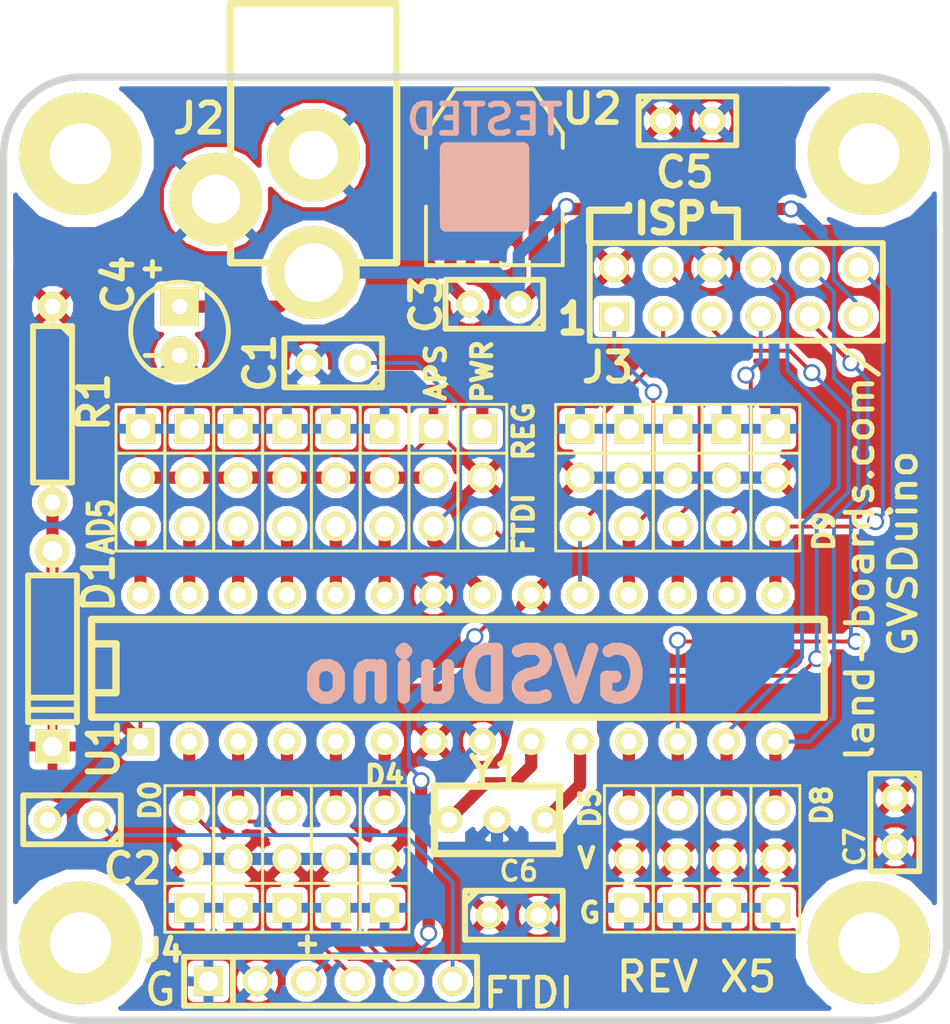
<source format=kicad_pcb>
(kicad_pcb (version 4) (host pcbnew "(after 2015-mar-04 BZR unknown)-product")
  (title_block (date "19 aug 2014"))
  (layers (0 Front signal) (31 Back signal hide) (36 B.SilkS user) (37 F.SilkS user) (38 B.Mask user) (39 F.Mask user) (44 Edge.Cuts user))
  (net 0 "")
  (net 1 +5V)
  (net 2 /AD0)
  (net 3 /AD1)
  (net 4 /AD2)
  (net 5 /AD3)
  (net 6 /AD4)
  (net 7 /AD5)
  (net 8 /AREF)
  (net 9 /D0)
  (net 10 /D1)
  (net 11 /D10)
  (net 12 /D11)
  (net 13 /D12)
  (net 14 /D13)
  (net 15 /D2)
  (net 16 /D3)
  (net 17 /D4)
  (net 18 /D5)
  (net 19 /D6)
  (net 20 /D7)
  (net 21 /D8)
  (net 22 /D9)
  (net 23 /RES0)
  (net 24 /RES1)
  (net 25 /RESET)
  (net 26 /VIN)
  (net 27 /VREG)
  (net 28 GND)
  (net 29 /FTDIRES)
  (net 30 "Net-(J1-Pad3)")
  (net 31 "Net-(K1-Pad2)")
  (module SOT223 (layer Front) (at 80.518 45.212)
    (fp_text reference U2 (at 5.08 -3.556) (layer F.SilkS) (effects (font (thickness 0.3048))))
    (fp_text value AP1117 hide)
    (pad 4 smd rect (at 0 -3.302) (size 3.6576 2.032) (layers Front F.Mask) (net 27 /VREG))
    (pad 2 smd rect (at 0 3.302) (size 1.016 2.032) (layers Front F.Mask) (net 27 /VREG))
    (pad 3 smd rect (at 2.286 3.302) (size 1.016 2.032) (layers Front F.Mask) (net 26 /VIN))
    (pad 1 smd rect (at -2.286 3.302) (size 1.016 2.032) (layers Front F.Mask) (net 28 GND))
  )
  (module C1 (layer Front) (at 90.56 42.286)
    (fp_text reference C5 (at -0.136 2.672) (layer F.SilkS) (effects (font (thickness 0.3048))))
    (fp_text value 0.1uF hide)
    (pad 1 thru_hole circle (at -1.27 0) (size 1.397 1.397) (drill 0.8128) (layers *.Cu *.Mask F.SilkS) (net 27 /VREG))
    (pad 2 thru_hole circle (at 1.27 0) (size 1.397 1.397) (drill 0.8128) (layers *.Cu *.Mask F.SilkS) (net 28 GND))
  )
  (module C1 (layer Front) (at 80.518 51.816 180)
    (fp_text reference C3 (at 3.556 0 270) (layer F.SilkS) (effects (font (thickness 0.3048))))
    (fp_text value 0.1uF hide)
    (pad 1 thru_hole circle (at -1.27 0 180) (size 1.397 1.397) (drill 0.8128) (layers *.Cu *.Mask F.SilkS) (net 26 /VIN))
    (pad 2 thru_hole circle (at 1.27 0 180) (size 1.397 1.397) (drill 0.8128) (layers *.Cu *.Mask F.SilkS) (net 28 GND))
  )
  (module C1 (layer Front) (at 58.556 78.608 180)
    (fp_text reference C2 (at -3.144 -2.542 180) (layer F.SilkS) (effects (font (thickness 0.3048))))
    (fp_text value 0.1uF hide)
    (pad 1 thru_hole circle (at -1.27 0 180) (size 1.397 1.397) (drill 0.8128) (layers *.Cu *.Mask F.SilkS) (net 29 /FTDIRES))
    (pad 2 thru_hole circle (at 1.27 0 180) (size 1.397 1.397) (drill 0.8128) (layers *.Cu *.Mask F.SilkS) (net 25 /RESET))
  )
  (module C1 (layer Front) (at 72.136 54.864 180)
    (fp_text reference C1 (at 3.81 0 270) (layer F.SilkS) (effects (font (thickness 0.3048))))
    (fp_text value 0.1uF hide)
    (pad 1 thru_hole circle (at -1.27 0 180) (size 1.397 1.397) (drill 0.8128) (layers *.Cu *.Mask F.SilkS) (net 8 /AREF))
    (pad 2 thru_hole circle (at 1.27 0 180) (size 1.397 1.397) (drill 0.8128) (layers *.Cu *.Mask F.SilkS) (net 28 GND))
  )
  (module DIP-28__300 (layer Front) (at 78.622 70.734)
    (fp_text reference U1 (at -18.424 4.196 90) (layer F.SilkS) (effects (font (thickness 0.3048))))
    (fp_text value ATMEGA328-PU hide)
    (pad 2 thru_hole circle (at -13.97 3.81) (size 1.397 1.397) (drill 0.8128) (layers *.Cu *.Mask F.SilkS) (net 9 /D0))
    (pad 3 thru_hole circle (at -11.43 3.81) (size 1.397 1.397) (drill 0.8128) (layers *.Cu *.Mask F.SilkS) (net 10 /D1))
    (pad 4 thru_hole circle (at -8.89 3.81) (size 1.397 1.397) (drill 0.8128) (layers *.Cu *.Mask F.SilkS) (net 15 /D2))
    (pad 5 thru_hole circle (at -6.35 3.81) (size 1.397 1.397) (drill 0.8128) (layers *.Cu *.Mask F.SilkS) (net 16 /D3))
    (pad 6 thru_hole circle (at -3.81 3.81) (size 1.397 1.397) (drill 0.8128) (layers *.Cu *.Mask F.SilkS) (net 17 /D4))
    (pad 7 thru_hole circle (at -1.27 3.81) (size 1.397 1.397) (drill 0.8128) (layers *.Cu *.Mask F.SilkS) (net 1 +5V))
    (pad 8 thru_hole circle (at 1.27 3.81) (size 1.397 1.397) (drill 0.8128) (layers *.Cu *.Mask F.SilkS) (net 28 GND))
    (pad 9 thru_hole circle (at 3.81 3.81) (size 1.397 1.397) (drill 0.8128) (layers *.Cu *.Mask F.SilkS) (net 23 /RES0))
    (pad 10 thru_hole circle (at 6.35 3.81) (size 1.397 1.397) (drill 0.8128) (layers *.Cu *.Mask F.SilkS) (net 24 /RES1))
    (pad 11 thru_hole circle (at 8.89 3.81) (size 1.397 1.397) (drill 0.8128) (layers *.Cu *.Mask F.SilkS) (net 18 /D5))
    (pad 12 thru_hole circle (at 11.43 3.81) (size 1.397 1.397) (drill 0.8128) (layers *.Cu *.Mask F.SilkS) (net 19 /D6))
    (pad 13 thru_hole circle (at 13.97 3.81) (size 1.397 1.397) (drill 0.8128) (layers *.Cu *.Mask F.SilkS) (net 20 /D7))
    (pad 14 thru_hole circle (at 16.51 3.81) (size 1.397 1.397) (drill 0.8128) (layers *.Cu *.Mask F.SilkS) (net 21 /D8))
    (pad 1 thru_hole rect (at -16.51 3.81) (size 1.397 1.397) (drill 0.8128) (layers *.Cu *.Mask F.SilkS) (net 25 /RESET))
    (pad 15 thru_hole circle (at 16.51 -3.81) (size 1.397 1.397) (drill 0.8128) (layers *.Cu *.Mask F.SilkS) (net 22 /D9))
    (pad 16 thru_hole circle (at 13.97 -3.81) (size 1.397 1.397) (drill 0.8128) (layers *.Cu *.Mask F.SilkS) (net 11 /D10))
    (pad 17 thru_hole circle (at 11.43 -3.81) (size 1.397 1.397) (drill 0.8128) (layers *.Cu *.Mask F.SilkS) (net 12 /D11))
    (pad 18 thru_hole circle (at 8.89 -3.81) (size 1.397 1.397) (drill 0.8128) (layers *.Cu *.Mask F.SilkS) (net 13 /D12))
    (pad 19 thru_hole circle (at 6.35 -3.81) (size 1.397 1.397) (drill 0.8128) (layers *.Cu *.Mask F.SilkS) (net 14 /D13))
    (pad 20 thru_hole circle (at 3.81 -3.81) (size 1.397 1.397) (drill 0.8128) (layers *.Cu *.Mask F.SilkS) (net 1 +5V))
    (pad 21 thru_hole circle (at 1.27 -3.81) (size 1.397 1.397) (drill 0.8128) (layers *.Cu *.Mask F.SilkS) (net 8 /AREF))
    (pad 22 thru_hole circle (at -1.27 -3.81) (size 1.397 1.397) (drill 0.8128) (layers *.Cu *.Mask F.SilkS) (net 28 GND))
    (pad 23 thru_hole circle (at -3.81 -3.81) (size 1.397 1.397) (drill 0.8128) (layers *.Cu *.Mask F.SilkS) (net 2 /AD0))
    (pad 24 thru_hole circle (at -6.35 -3.81) (size 1.397 1.397) (drill 0.8128) (layers *.Cu *.Mask F.SilkS) (net 3 /AD1))
    (pad 25 thru_hole circle (at -8.89 -3.81) (size 1.397 1.397) (drill 0.8128) (layers *.Cu *.Mask F.SilkS) (net 4 /AD2))
    (pad 26 thru_hole circle (at -11.43 -3.81) (size 1.397 1.397) (drill 0.8128) (layers *.Cu *.Mask F.SilkS) (net 5 /AD3))
    (pad 27 thru_hole circle (at -13.97 -3.81) (size 1.397 1.397) (drill 0.8128) (layers *.Cu *.Mask F.SilkS) (net 6 /AD4))
    (pad 28 thru_hole circle (at -16.51 -3.81) (size 1.397 1.397) (drill 0.8128) (layers *.Cu *.Mask F.SilkS) (net 7 /AD5))
  )
  (module CP_5x11mm (layer Front) (at 64.144 53.208 180)
    (fp_text reference C4 (at 3.184 2.408 270) (layer F.SilkS) (effects (font (thickness 0.3048))))
    (fp_text value CP hide)
    (pad 1 thru_hole rect (at 0 1.27 180) (size 1.99898 1.99898) (drill 0.8001) (layers *.Cu *.Mask F.SilkS) (net 26 /VIN))
    (pad 2 thru_hole circle (at 0 -1.27 180) (size 1.99898 1.99898) (drill 0.8001) (layers *.Cu *.Mask F.SilkS) (net 28 GND))
  )
  (module PIN_ARRAY-6X1 (layer Front) (at 72 87)
    (fp_text reference J4 (at -8.7 -1.6) (layer F.SilkS) (effects (font (size 1.143 1.143) (thickness 0.28575))))
    (fp_text value CONN_6 hide)
    (pad 1 thru_hole rect (at -6.35 0) (size 1.524 1.524) (drill 1.016) (layers *.Cu *.Mask F.SilkS) (net 28 GND))
    (pad 2 thru_hole circle (at -3.81 0) (size 1.524 1.524) (drill 1.016) (layers *.Cu *.Mask F.SilkS) (net 28 GND))
    (pad 3 thru_hole circle (at -1.27 0) (size 1.524 1.524) (drill 1.016) (layers *.Cu *.Mask F.SilkS) (net 30 "Net-(J1-Pad3)"))
    (pad 4 thru_hole circle (at 1.27 0) (size 1.524 1.524) (drill 1.016) (layers *.Cu *.Mask F.SilkS) (net 9 /D0))
    (pad 5 thru_hole circle (at 3.81 0) (size 1.524 1.524) (drill 1.016) (layers *.Cu *.Mask F.SilkS) (net 10 /D1))
    (pad 6 thru_hole circle (at 6.35 0) (size 1.524 1.524) (drill 1.016) (layers *.Cu *.Mask F.SilkS) (net 29 /FTDIRES))
  )
  (module PIN_ARRAY_3X1 (layer Front) (at 74.812 80.64 90)
    (fp_text reference K11 hide)
    (fp_text value CONN_3 hide)
    (pad 1 thru_hole rect (at -2.54 0 90) (size 1.524 1.524) (drill 1.016) (layers *.Cu *.Mask F.SilkS) (net 28 GND))
    (pad 2 thru_hole circle (at 0 0 90) (size 1.524 1.524) (drill 1.016) (layers *.Cu *.Mask F.SilkS) (net 1 +5V))
    (pad 3 thru_hole circle (at 2.54 0 90) (size 1.524 1.524) (drill 1.016) (layers *.Cu *.Mask F.SilkS) (net 17 /D4))
  )
  (module PIN_ARRAY_3X1 (layer Front) (at 84.972 60.828 270)
    (fp_text reference K20 hide)
    (fp_text value CONN_3 hide)
    (pad 1 thru_hole rect (at -2.54 0 270) (size 1.524 1.524) (drill 1.016) (layers *.Cu *.Mask F.SilkS) (net 28 GND))
    (pad 2 thru_hole circle (at 0 0 270) (size 1.524 1.524) (drill 1.016) (layers *.Cu *.Mask F.SilkS) (net 1 +5V))
    (pad 3 thru_hole circle (at 2.54 0 270) (size 1.524 1.524) (drill 1.016) (layers *.Cu *.Mask F.SilkS) (net 14 /D13))
  )
  (module PIN_ARRAY_3X1 (layer Front) (at 87.512 60.828 270)
    (fp_text reference K19 hide)
    (fp_text value CONN_3 hide)
    (pad 1 thru_hole rect (at -2.54 0 270) (size 1.524 1.524) (drill 1.016) (layers *.Cu *.Mask F.SilkS) (net 28 GND))
    (pad 2 thru_hole circle (at 0 0 270) (size 1.524 1.524) (drill 1.016) (layers *.Cu *.Mask F.SilkS) (net 1 +5V))
    (pad 3 thru_hole circle (at 2.54 0 270) (size 1.524 1.524) (drill 1.016) (layers *.Cu *.Mask F.SilkS) (net 13 /D12))
  )
  (module PIN_ARRAY_3X1 (layer Front) (at 90.052 60.828 270)
    (fp_text reference K18 hide)
    (fp_text value CONN_3 hide)
    (pad 1 thru_hole rect (at -2.54 0 270) (size 1.524 1.524) (drill 1.016) (layers *.Cu *.Mask F.SilkS) (net 28 GND))
    (pad 2 thru_hole circle (at 0 0 270) (size 1.524 1.524) (drill 1.016) (layers *.Cu *.Mask F.SilkS) (net 1 +5V))
    (pad 3 thru_hole circle (at 2.54 0 270) (size 1.524 1.524) (drill 1.016) (layers *.Cu *.Mask F.SilkS) (net 12 /D11))
  )
  (module PIN_ARRAY_3X1 (layer Front) (at 92.592 60.828 270)
    (fp_text reference K17 hide)
    (fp_text value CONN_3 hide)
    (pad 1 thru_hole rect (at -2.54 0 270) (size 1.524 1.524) (drill 1.016) (layers *.Cu *.Mask F.SilkS) (net 28 GND))
    (pad 2 thru_hole circle (at 0 0 270) (size 1.524 1.524) (drill 1.016) (layers *.Cu *.Mask F.SilkS) (net 1 +5V))
    (pad 3 thru_hole circle (at 2.54 0 270) (size 1.524 1.524) (drill 1.016) (layers *.Cu *.Mask F.SilkS) (net 11 /D10))
  )
  (module PIN_ARRAY_3X1 (layer Front) (at 95.132 60.828 270)
    (fp_text reference K16 hide)
    (fp_text value CONN_3 hide)
    (pad 1 thru_hole rect (at -2.54 0 270) (size 1.524 1.524) (drill 1.016) (layers *.Cu *.Mask F.SilkS) (net 28 GND))
    (pad 2 thru_hole circle (at 0 0 270) (size 1.524 1.524) (drill 1.016) (layers *.Cu *.Mask F.SilkS) (net 1 +5V))
    (pad 3 thru_hole circle (at 2.54 0 270) (size 1.524 1.524) (drill 1.016) (layers *.Cu *.Mask F.SilkS) (net 22 /D9))
  )
  (module PIN_ARRAY_3X1 (layer Front) (at 95.132 80.64 90)
    (fp_text reference K15 hide)
    (fp_text value CONN_3 hide)
    (pad 1 thru_hole rect (at -2.54 0 90) (size 1.524 1.524) (drill 1.016) (layers *.Cu *.Mask F.SilkS) (net 28 GND))
    (pad 2 thru_hole circle (at 0 0 90) (size 1.524 1.524) (drill 1.016) (layers *.Cu *.Mask F.SilkS) (net 1 +5V))
    (pad 3 thru_hole circle (at 2.54 0 90) (size 1.524 1.524) (drill 1.016) (layers *.Cu *.Mask F.SilkS) (net 21 /D8))
  )
  (module PIN_ARRAY_3X1 (layer Front) (at 92.592 80.64 90)
    (fp_text reference K14 hide)
    (fp_text value CONN_3 hide)
    (pad 1 thru_hole rect (at -2.54 0 90) (size 1.524 1.524) (drill 1.016) (layers *.Cu *.Mask F.SilkS) (net 28 GND))
    (pad 2 thru_hole circle (at 0 0 90) (size 1.524 1.524) (drill 1.016) (layers *.Cu *.Mask F.SilkS) (net 1 +5V))
    (pad 3 thru_hole circle (at 2.54 0 90) (size 1.524 1.524) (drill 1.016) (layers *.Cu *.Mask F.SilkS) (net 20 /D7))
  )
  (module PIN_ARRAY_3X1 (layer Front) (at 90.052 80.64 90)
    (fp_text reference K13 hide)
    (fp_text value CONN_3 hide)
    (pad 1 thru_hole rect (at -2.54 0 90) (size 1.524 1.524) (drill 1.016) (layers *.Cu *.Mask F.SilkS) (net 28 GND))
    (pad 2 thru_hole circle (at 0 0 90) (size 1.524 1.524) (drill 1.016) (layers *.Cu *.Mask F.SilkS) (net 1 +5V))
    (pad 3 thru_hole circle (at 2.54 0 90) (size 1.524 1.524) (drill 1.016) (layers *.Cu *.Mask F.SilkS) (net 19 /D6))
  )
  (module PIN_ARRAY_3X1 (layer Front) (at 87.512 80.64 90)
    (fp_text reference K12 hide)
    (fp_text value CONN_3 hide)
    (pad 1 thru_hole rect (at -2.54 0 90) (size 1.524 1.524) (drill 1.016) (layers *.Cu *.Mask F.SilkS) (net 28 GND))
    (pad 2 thru_hole circle (at 0 0 90) (size 1.524 1.524) (drill 1.016) (layers *.Cu *.Mask F.SilkS) (net 1 +5V))
    (pad 3 thru_hole circle (at 2.54 0 90) (size 1.524 1.524) (drill 1.016) (layers *.Cu *.Mask F.SilkS) (net 18 /D5))
  )
  (module PIN_ARRAY_3X1 (layer Front) (at 74.812 60.828 270)
    (fp_text reference K1 hide)
    (fp_text value CONN_3 hide)
    (pad 1 thru_hole rect (at -2.54 0 270) (size 1.524 1.524) (drill 1.016) (layers *.Cu *.Mask F.SilkS) (net 28 GND))
    (pad 2 thru_hole circle (at 0 0 270) (size 1.524 1.524) (drill 1.016) (layers *.Cu *.Mask F.SilkS) (net 31 "Net-(K1-Pad2)"))
    (pad 3 thru_hole circle (at 2.54 0 270) (size 1.524 1.524) (drill 1.016) (layers *.Cu *.Mask F.SilkS) (net 2 /AD0))
  )
  (module PIN_ARRAY_3X1 (layer Front) (at 72.272 80.64 90)
    (fp_text reference K10 hide)
    (fp_text value CONN_3 hide)
    (pad 1 thru_hole rect (at -2.54 0 90) (size 1.524 1.524) (drill 1.016) (layers *.Cu *.Mask F.SilkS) (net 28 GND))
    (pad 2 thru_hole circle (at 0 0 90) (size 1.524 1.524) (drill 1.016) (layers *.Cu *.Mask F.SilkS) (net 1 +5V))
    (pad 3 thru_hole circle (at 2.54 0 90) (size 1.524 1.524) (drill 1.016) (layers *.Cu *.Mask F.SilkS) (net 16 /D3))
  )
  (module PIN_ARRAY_3X1 (layer Front) (at 69.732 80.64 90)
    (fp_text reference K9 hide)
    (fp_text value CONN_3 hide)
    (pad 1 thru_hole rect (at -2.54 0 90) (size 1.524 1.524) (drill 1.016) (layers *.Cu *.Mask F.SilkS) (net 28 GND))
    (pad 2 thru_hole circle (at 0 0 90) (size 1.524 1.524) (drill 1.016) (layers *.Cu *.Mask F.SilkS) (net 1 +5V))
    (pad 3 thru_hole circle (at 2.54 0 90) (size 1.524 1.524) (drill 1.016) (layers *.Cu *.Mask F.SilkS) (net 15 /D2))
  )
  (module PIN_ARRAY_3X1 (layer Front) (at 67.192 80.64 90)
    (fp_text reference K8 hide)
    (fp_text value CONN_3 hide)
    (pad 1 thru_hole rect (at -2.54 0 90) (size 1.524 1.524) (drill 1.016) (layers *.Cu *.Mask F.SilkS) (net 28 GND))
    (pad 2 thru_hole circle (at 0 0 90) (size 1.524 1.524) (drill 1.016) (layers *.Cu *.Mask F.SilkS) (net 1 +5V))
    (pad 3 thru_hole circle (at 2.54 0 90) (size 1.524 1.524) (drill 1.016) (layers *.Cu *.Mask F.SilkS) (net 10 /D1))
  )
  (module PIN_ARRAY_3X1 (layer Front) (at 64.652 80.64 90)
    (fp_text reference K7 hide)
    (fp_text value CONN_3 hide)
    (pad 1 thru_hole rect (at -2.54 0 90) (size 1.524 1.524) (drill 1.016) (layers *.Cu *.Mask F.SilkS) (net 28 GND))
    (pad 2 thru_hole circle (at 0 0 90) (size 1.524 1.524) (drill 1.016) (layers *.Cu *.Mask F.SilkS) (net 1 +5V))
    (pad 3 thru_hole circle (at 2.54 0 90) (size 1.524 1.524) (drill 1.016) (layers *.Cu *.Mask F.SilkS) (net 9 /D0))
  )
  (module PIN_ARRAY_3X1 (layer Front) (at 62.112 60.828 270)
    (fp_text reference K6 hide)
    (fp_text value CONN_3 hide)
    (pad 1 thru_hole rect (at -2.54 0 270) (size 1.524 1.524) (drill 1.016) (layers *.Cu *.Mask F.SilkS) (net 28 GND))
    (pad 2 thru_hole circle (at 0 0 270) (size 1.524 1.524) (drill 1.016) (layers *.Cu *.Mask F.SilkS) (net 31 "Net-(K1-Pad2)"))
    (pad 3 thru_hole circle (at 2.54 0 270) (size 1.524 1.524) (drill 1.016) (layers *.Cu *.Mask F.SilkS) (net 7 /AD5))
  )
  (module PIN_ARRAY_3X1 (layer Front) (at 64.652 60.828 270)
    (fp_text reference K5 hide)
    (fp_text value CONN_3 hide)
    (pad 1 thru_hole rect (at -2.54 0 270) (size 1.524 1.524) (drill 1.016) (layers *.Cu *.Mask F.SilkS) (net 28 GND))
    (pad 2 thru_hole circle (at 0 0 270) (size 1.524 1.524) (drill 1.016) (layers *.Cu *.Mask F.SilkS) (net 31 "Net-(K1-Pad2)"))
    (pad 3 thru_hole circle (at 2.54 0 270) (size 1.524 1.524) (drill 1.016) (layers *.Cu *.Mask F.SilkS) (net 6 /AD4))
  )
  (module PIN_ARRAY_3X1 (layer Front) (at 67.192 60.828 270)
    (fp_text reference K4 hide)
    (fp_text value CONN_3 hide)
    (pad 1 thru_hole rect (at -2.54 0 270) (size 1.524 1.524) (drill 1.016) (layers *.Cu *.Mask F.SilkS) (net 28 GND))
    (pad 2 thru_hole circle (at 0 0 270) (size 1.524 1.524) (drill 1.016) (layers *.Cu *.Mask F.SilkS) (net 31 "Net-(K1-Pad2)"))
    (pad 3 thru_hole circle (at 2.54 0 270) (size 1.524 1.524) (drill 1.016) (layers *.Cu *.Mask F.SilkS) (net 5 /AD3))
  )
  (module PIN_ARRAY_3X1 (layer Front) (at 69.732 60.828 270)
    (fp_text reference K3 hide)
    (fp_text value CONN_3 hide)
    (pad 1 thru_hole rect (at -2.54 0 270) (size 1.524 1.524) (drill 1.016) (layers *.Cu *.Mask F.SilkS) (net 28 GND))
    (pad 2 thru_hole circle (at 0 0 270) (size 1.524 1.524) (drill 1.016) (layers *.Cu *.Mask F.SilkS) (net 31 "Net-(K1-Pad2)"))
    (pad 3 thru_hole circle (at 2.54 0 270) (size 1.524 1.524) (drill 1.016) (layers *.Cu *.Mask F.SilkS) (net 4 /AD2))
  )
  (module PIN_ARRAY_3X1 (layer Front) (at 72.272 60.828 270)
    (fp_text reference K2 hide)
    (fp_text value CONN_3 hide)
    (pad 1 thru_hole rect (at -2.54 0 270) (size 1.524 1.524) (drill 1.016) (layers *.Cu *.Mask F.SilkS) (net 28 GND))
    (pad 2 thru_hole circle (at 0 0 270) (size 1.524 1.524) (drill 1.016) (layers *.Cu *.Mask F.SilkS) (net 31 "Net-(K1-Pad2)"))
    (pad 3 thru_hole circle (at 2.54 0 270) (size 1.524 1.524) (drill 1.016) (layers *.Cu *.Mask F.SilkS) (net 3 /AD1))
  )
  (module D4 (layer Front) (at 57.54 69.718 270)
    (fp_text reference D1 (at -3.424 -2.404 270) (layer F.SilkS) (effects (font (thickness 0.3048))))
    (fp_text value 1N4004 hide)
    (pad 1 thru_hole circle (at -5.08 0 270) (size 1.778 1.778) (drill 1.016) (layers *.Cu *.Mask F.SilkS) (net 25 /RESET))
    (pad 2 thru_hole rect (at 5.08 0 270) (size 1.778 1.778) (drill 1.016) (layers *.Cu *.Mask F.SilkS) (net 1 +5V))
  )
  (module R4 (layer Front) (at 57.54 57.018 270)
    (fp_text reference R1 (at -0.122 -2.15 270) (layer F.SilkS) (effects (font (thickness 0.3048))))
    (fp_text value 10K hide)
    (pad 1 thru_hole circle (at -5.08 0 270) (size 1.524 1.524) (drill 0.8128) (layers *.Cu *.Mask F.SilkS) (net 1 +5V))
    (pad 2 thru_hole circle (at 5.08 0 270) (size 1.524 1.524) (drill 0.8128) (layers *.Cu *.Mask F.SilkS) (net 25 /RESET))
  )
  (module PIN_ARRAY_3X1 (layer Front) (at 77.352 60.828 270)
    (fp_text reference K21 hide)
    (fp_text value CONN_3 hide)
    (pad 1 thru_hole rect (at -2.54 0 270) (size 1.524 1.524) (drill 1.016) (layers *.Cu *.Mask F.SilkS) (net 1 +5V))
    (pad 2 thru_hole circle (at 0 0 270) (size 1.524 1.524) (drill 1.016) (layers *.Cu *.Mask F.SilkS) (net 31 "Net-(K1-Pad2)"))
    (pad 3 thru_hole circle (at 2.54 0 270) (size 1.524 1.524) (drill 1.016) (layers *.Cu *.Mask F.SilkS) (net 8 /AREF))
  )
  (module PIN_ARRAY_3X1 (layer Front) (at 79.892 60.828 270)
    (fp_text reference J1 hide)
    (fp_text value CONN_3 hide)
    (pad 1 thru_hole rect (at -2.54 0 270) (size 1.524 1.524) (drill 1.016) (layers *.Cu *.Mask F.SilkS) (net 27 /VREG))
    (pad 2 thru_hole circle (at 0 0 270) (size 1.524 1.524) (drill 1.016) (layers *.Cu *.Mask F.SilkS) (net 1 +5V))
    (pad 3 thru_hole circle (at 2.54 0 270) (size 1.524 1.524) (drill 1.016) (layers *.Cu *.Mask F.SilkS) (net 30 "Net-(J1-Pad3)"))
  )
  (module RESON_3PIN (layer Front) (at 80.654 78.608 270)
    (fp_text reference Y1 (at -2.49936 0.0508 360) (layer F.SilkS) (effects (font (thickness 0.3048))))
    (fp_text value 16MHz hide)
    (pad 3 thru_hole circle (at 0 -2.49936) (size 1.397 1.397) (drill 0.8128) (layers *.Cu *.Mask F.SilkS) (net 24 /RES1))
    (pad 1 thru_hole circle (at 0 2.49936) (size 1.397 1.397) (drill 0.8128) (layers *.Cu *.Mask F.SilkS) (net 23 /RES0))
    (pad 2 thru_hole circle (at 0 0) (size 1.397 1.397) (drill 0.8128) (layers *.Cu *.Mask F.SilkS) (net 28 GND))
  )
  (module pin_array_6x2 (layer Front) (at 93.1 51.176)
    (fp_text reference J3 (at -6.7 3.924) (layer F.SilkS) (effects (font (thickness 0.3048))))
    (fp_text value CONN_6X2 hide)
    (pad 1 thru_hole rect (at -6.35 1.27) (size 1.524 1.524) (drill 1.016) (layers *.Cu *.Mask F.SilkS) (net 13 /D12))
    (pad 2 thru_hole circle (at -6.35 -1.27) (size 1.524 1.524) (drill 1.016) (layers *.Cu *.Mask F.SilkS) (net 1 +5V))
    (pad 3 thru_hole circle (at -3.81 1.27) (size 1.524 1.524) (drill 1.016) (layers *.Cu *.Mask F.SilkS) (net 14 /D13))
    (pad 4 thru_hole circle (at -3.81 -1.27) (size 1.524 1.524) (drill 1.016) (layers *.Cu *.Mask F.SilkS) (net 12 /D11))
    (pad 5 thru_hole circle (at -1.27 1.27) (size 1.524 1.524) (drill 1.016) (layers *.Cu *.Mask F.SilkS) (net 25 /RESET))
    (pad 6 thru_hole circle (at -1.27 -1.27) (size 1.524 1.524) (drill 1.016) (layers *.Cu *.Mask F.SilkS) (net 28 GND))
    (pad 7 thru_hole circle (at 1.27 1.27) (size 1.524 1.524) (drill 1.016) (layers *.Cu *.Mask F.SilkS) (net 11 /D10))
    (pad 8 thru_hole circle (at 1.27 -1.27) (size 1.524 1.524) (drill 1.016) (layers *.Cu *.Mask F.SilkS) (net 20 /D7))
    (pad 9 thru_hole circle (at 3.81 1.27) (size 1.524 1.524) (drill 1.016) (layers *.Cu *.Mask F.SilkS) (net 19 /D6))
    (pad 10 thru_hole circle (at 3.81 -1.27) (size 1.524 1.524) (drill 1.016) (layers *.Cu *.Mask F.SilkS) (net 21 /D8))
    (pad 11 thru_hole circle (at 6.35 1.27) (size 1.524 1.524) (drill 1.016) (layers *.Cu *.Mask F.SilkS) (net 26 /VIN))
    (pad 12 thru_hole circle (at 6.35 -1.27) (size 1.524 1.524) (drill 1.016) (layers *.Cu *.Mask F.SilkS) (net 22 /D9))
  )
  (module JACK_3.5MM (layer Front) (at 71.12 44.069 270)
    (fp_text reference J2 (at -1.905 5.969 360) (layer F.SilkS) (effects (font (thickness 0.3048))))
    (fp_text value DCJ0202 hide)
    (pad 2 thru_hole circle (at 0 0 270) (size 4.8006 4.8006) (drill 2.54) (layers *.Cu *.Mask F.SilkS) (net 28 GND))
    (pad 1 thru_hole circle (at 6.096 0 270) (size 4.8006 4.8006) (drill 3.048) (layers *.Cu *.Mask F.SilkS) (net 26 /VIN))
    (pad 3 thru_hole circle (at 2.286 5.08 270) (size 4.8006 4.8006) (drill 2.54) (layers *.Cu *.Mask F.SilkS) (net 28 GND))
  )
  (module C1 (layer Front) (at 81.534 83.566)
    (fp_text reference C6 (at 0.254 -2.286) (layer F.SilkS) (effects (font (size 1.016 1.016) (thickness 0.2032))))
    (fp_text value 0.1uF hide)
    (pad 1 thru_hole circle (at -1.27 0) (size 1.397 1.397) (drill 0.8128) (layers *.Cu *.Mask F.SilkS) (net 1 +5V))
    (pad 2 thru_hole circle (at 1.27 0) (size 1.397 1.397) (drill 0.8128) (layers *.Cu *.Mask F.SilkS) (net 28 GND))
  )
  (module C1 (layer Front) (at 101.346 78.74 270)
    (fp_text reference C7 (at 1.27 2.0955 270) (layer F.SilkS) (effects (font (size 1.016 1.016) (thickness 0.2032))))
    (fp_text value 0.1uF hide)
    (pad 1 thru_hole circle (at -1.27 0 270) (size 1.397 1.397) (drill 0.8128) (layers *.Cu *.Mask F.SilkS) (net 1 +5V))
    (pad 2 thru_hole circle (at 1.27 0 270) (size 1.397 1.397) (drill 0.8128) (layers *.Cu *.Mask F.SilkS) (net 28 GND))
  )
  (module MTG-4-40 (layer Front) (at 59 44)
    (fp_text reference MTG1 hide)
    (fp_text value CONN_1 hide)
    (pad 1 thru_hole circle (at 0 0) (size 6.35 6.35) (drill 3.175) (layers *.Cu *.Mask F.SilkS) (clearance 0.635))
  )
  (module MTG-4-40 (layer Front) (at 100 44)
    (fp_text reference MTG2 hide)
    (fp_text value CONN_1 hide)
    (pad 1 thru_hole circle (at 0 0) (size 6.35 6.35) (drill 3.175) (layers *.Cu *.Mask F.SilkS) (clearance 0.635))
  )
  (module MTG-4-40 (layer Front) (at 100 85)
    (fp_text reference MTG4 hide)
    (fp_text value CONN_1 hide)
    (pad 1 thru_hole circle (at 0 0) (size 6.35 6.35) (drill 3.175) (layers *.Cu *.Mask F.SilkS) (clearance 0.635))
  )
  (module MTG-4-40 (layer Front) (at 59 85)
    (fp_text reference MTG3 hide)
    (fp_text value CONN_1 hide)
    (pad 1 thru_hole circle (at 0 0) (size 6.35 6.35) (drill 3.175) (layers *.Cu *.Mask F.SilkS) (clearance 0.635))
  )
  (module DougsNewMods:TEST_BLK-REAR (layer Front) (at 80.01 45.72)
    (fp_text reference TESTED (at 0 -3.5) (layer B.SilkS) (effects (font (thickness 0.3048)) (justify mirror)))
    (fp_text value VAL** hide)
  )
  (gr_text PWR (at 79.883 55.3085 90) (layer F.SilkS) (effects (font (size 1.016 1.016) (thickness 0.254))))
  (gr_text 1 (at 84.582 52.578) (layer F.SilkS) (effects (font (thickness 0.381))))
  (gr_line (start 87.503 46.736) (end 87.503 46.6725) (angle 90) (layer F.SilkS) (width 0.381))
  (gr_line (start 91.948 46.9265) (end 91.948 46.609) (angle 90) (layer F.SilkS) (width 0.381))
  (gr_line (start 93.1545 46.9265) (end 91.948 46.9265) (angle 90) (layer F.SilkS) (width 0.381))
  (gr_line (start 93.1545 48.5775) (end 93.1545 46.9265) (angle 90) (layer F.SilkS) (width 0.381))
  (gr_line (start 87.503 46.9265) (end 87.503 46.7995) (angle 90) (layer F.SilkS) (width 0.381))
  (gr_line (start 85.471 46.9265) (end 87.503 46.9265) (angle 90) (layer F.SilkS) (width 0.381))
  (gr_line (start 85.471 48.5775) (end 85.471 46.9265) (angle 90) (layer F.SilkS) (width 0.381))
  (gr_text APS (at 77.47 55.372 90) (layer F.SilkS) (effects (font (size 1.016 1.016) (thickness 0.254))))
  (gr_text GVSDuino (at 79.502 71.12) (layer B.SilkS) (effects (font (size 2.54 2.54) (thickness 0.635)) (justify mirror)))
  (gr_text "REV X5" (at 91.0336 86.7664) (layer F.SilkS) (effects (font (thickness 0.254))))
  (gr_text ISP (at 89.662 47.371) (layer F.SilkS) (effects (font (thickness 0.381))))
  (gr_text + (at 62.738 49.911) (layer F.SilkS) (effects (font (size 1.016 1.016) (thickness 0.254))))
  (gr_text V (at 85.3 80.6) (layer F.SilkS) (effects (font (size 1.016 1.016) (thickness 0.254))))
  (gr_text D8 (at 97.55 77.85 90) (layer F.SilkS) (effects (font (size 1.016 1.016) (thickness 0.254))))
  (gr_text "land-boards.com/\nGVSDuino" (at 100.6475 64.77 90) (layer F.SilkS) (effects (font (size 1.397 1.524) (thickness 0.254))))
  (gr_text FTDI (at 82.042 63.246 90) (layer F.SilkS) (effects (font (size 1.016 1.016) (thickness 0.254))))
  (gr_text REG (at 82.042 58.42 90) (layer F.SilkS) (effects (font (size 1.016 1.016) (thickness 0.254))))
  (gr_line (start 99.704 89.022) (end 59.318 89.022) (angle 90) (layer Edge.Cuts) (width 0.381))
  (gr_line (start 104.022 44.064) (end 104.022 85.212) (angle 90) (layer Edge.Cuts) (width 0.381))
  (gr_line (start 59.064 40) (end 99.958 40) (angle 90) (layer Edge.Cuts) (width 0.381))
  (gr_line (start 55 85.212) (end 55 44.064) (angle 90) (layer Edge.Cuts) (width 0.381))
  (gr_arc (start 59.064 84.958) (end 59.318 89.022) (angle 90) (layer Edge.Cuts) (width 0.381))
  (gr_arc (start 99.958 84.958) (end 104.022 85.212) (angle 90) (layer Edge.Cuts) (width 0.381))
  (gr_arc (start 99.958 44.064) (end 99.958 40) (angle 90) (layer Edge.Cuts) (width 0.381))
  (gr_arc (start 59.064 44.064) (end 55 44.064) (angle 90) (layer Edge.Cuts) (width 0.381))
  (gr_text D4 (at 74.812 76.322) (layer F.SilkS) (effects (font (size 1.016 1.016) (thickness 0.254))))
  (gr_text G (at 63.1444 87.4268) (layer F.SilkS) (effects (font (size 1.6 1.6) (thickness 0.254))))
  (gr_text D5 (at 85.5 78 90) (layer F.SilkS) (effects (font (size 1.016 1.016) (thickness 0.254))))
  (gr_text + (at 70.8 85) (layer F.SilkS) (effects (font (size 1.016 1.016) (thickness 0.254))))
  (gr_text G (at 85.48 83.434) (layer F.SilkS) (effects (font (size 1.016 1.016) (thickness 0.254))))
  (gr_text D0 (at 62.62 77.592 90) (layer F.SilkS) (effects (font (size 1.016 1.016) (thickness 0.254))))
  (gr_text D9 (at 97.663 63.6016 90) (layer F.SilkS) (effects (font (size 1.016 1.016) (thickness 0.254))))
  (gr_text AD5 (at 60.08 63.368 90) (layer F.SilkS) (effects (font (size 1.27 1.016) (thickness 0.254))))
  (gr_text FTDI (at 82.296 87.6046) (layer F.SilkS) (effects (font (size 1.5 1.5) (thickness 0.254))))
  (segment (start 77.352 58.288) (end 77.4015 58.288) (width 0.2032) (layer Front) (net 1))
  (segment (start 77.4015 58.288) (end 78.74 59.6265) (width 0.2032) (layer Front) (net 1))
  (segment (start 77.352 58.288) (end 77.352 58.4745) (width 0.2032) (layer Front) (net 1))
  (segment (start 77.352 58.4745) (end 76.2 59.6265) (width 0.2032) (layer Front) (net 1))
  (segment (start 64.652 80.64) (end 67.192 80.64) (width 0.635) (layer Back) (net 1))
  (segment (start 67.192 80.64) (end 69.732 80.64) (width 0.635) (layer Back) (net 1))
  (segment (start 69.732 80.64) (end 72.272 80.64) (width 0.635) (layer Back) (net 1))
  (segment (start 72.272 80.64) (end 74.812 80.64) (width 0.635) (layer Back) (net 1))
  (segment (start 95.132 60.828) (end 92.592 60.828) (width 0.635) (layer Back) (net 1))
  (segment (start 92.592 60.828) (end 90.052 60.828) (width 0.635) (layer Back) (net 1))
  (segment (start 90.052 60.828) (end 87.512 60.828) (width 0.635) (layer Back) (net 1))
  (segment (start 87.512 60.828) (end 84.972 60.828) (width 0.635) (layer Back) (net 1))
  (segment (start 74.812 66.924) (end 74.812 63.368) (width 0.635) (layer Front) (net 2))
  (segment (start 72.272 66.924) (end 72.272 63.368) (width 0.635) (layer Front) (net 3))
  (segment (start 69.732 66.924) (end 69.732 63.368) (width 0.635) (layer Front) (net 4))
  (segment (start 67.192 66.924) (end 67.192 63.368) (width 0.635) (layer Front) (net 5))
  (segment (start 64.652 66.924) (end 64.652 63.368) (width 0.635) (layer Front) (net 6))
  (segment (start 62.112 66.924) (end 62.112 63.368) (width 0.635) (layer Front) (net 7))
  (segment (start 77.352 63.368) (end 77.352 63.364) (width 0.2032) (layer Back) (net 8))
  (segment (start 76.454 54.864) (end 73.406 54.864) (width 0.2032) (layer Back) (net 8))
  (segment (start 78.74 57.15) (end 76.454 54.864) (width 0.2032) (layer Back) (net 8))
  (segment (start 78.74 61.976) (end 78.74 57.15) (width 0.2032) (layer Back) (net 8))
  (segment (start 77.352 63.364) (end 78.74 61.976) (width 0.2032) (layer Back) (net 8))
  (segment (start 79.892 66.924) (end 79.892 66.684) (width 0.635) (layer Front) (net 8))
  (segment (start 77.352 64.144) (end 77.352 63.368) (width 0.635) (layer Front) (net 8))
  (segment (start 79.892 66.684) (end 77.352 64.144) (width 0.635) (layer Front) (net 8))
  (segment (start 64.652 78.1) (end 64.652 74.544) (width 0.635) (layer Front) (net 9))
  (segment (start 73.27 87) (end 73.27 86.87) (width 0.2032) (layer Front) (net 9))
  (segment (start 65.9 79.348) (end 64.652 78.1) (width 0.2032) (layer Front) (net 9))
  (segment (start 65.9 84.4) (end 65.9 79.348) (width 0.2032) (layer Front) (net 9))
  (segment (start 66.7 85.2) (end 65.9 84.4) (width 0.2032) (layer Front) (net 9))
  (segment (start 71.6 85.2) (end 66.7 85.2) (width 0.2032) (layer Front) (net 9))
  (segment (start 73.27 86.87) (end 71.6 85.2) (width 0.2032) (layer Front) (net 9))
  (segment (start 67.192 78.1) (end 67.192 74.544) (width 0.635) (layer Front) (net 10))
  (segment (start 75.81 87) (end 75.81 86.91) (width 0.2032) (layer Front) (net 10))
  (segment (start 67.792 78.7) (end 67.192 78.1) (width 0.2032) (layer Front) (net 10))
  (segment (start 68.5 78.7) (end 67.792 78.7) (width 0.2032) (layer Front) (net 10))
  (segment (start 69.2 79.4) (end 68.5 78.7) (width 0.2032) (layer Front) (net 10))
  (segment (start 72.9 79.4) (end 69.2 79.4) (width 0.2032) (layer Front) (net 10))
  (segment (start 73.5 80) (end 72.9 79.4) (width 0.2032) (layer Front) (net 10))
  (segment (start 73.5 84.6) (end 73.5 80) (width 0.2032) (layer Front) (net 10))
  (segment (start 75.81 86.91) (end 73.5 84.6) (width 0.2032) (layer Front) (net 10))
  (segment (start 92.592 63.368) (end 92.592 62.983) (width 0.2032) (layer Front) (net 11))
  (segment (start 94.37 54.728) (end 94.37 52.446) (width 0.2032) (layer Back) (net 11))
  (segment (start 93.599 55.499) (end 94.37 54.728) (width 0.2032) (layer Back) (net 11))
  (via (at 93.599 55.499) (size 0.889) (layers Front Back) (net 11))
  (segment (start 93.853 55.753) (end 93.599 55.499) (width 0.2032) (layer Front) (net 11))
  (segment (start 93.853 61.722) (end 93.853 55.753) (width 0.2032) (layer Front) (net 11))
  (segment (start 92.592 62.983) (end 93.853 61.722) (width 0.2032) (layer Front) (net 11))
  (segment (start 92.592 63.368) (end 92.592 66.924) (width 0.635) (layer Front) (net 11))
  (segment (start 90.56 52.832) (end 90.56 55.254) (width 0.2032) (layer Front) (net 12))
  (segment (start 90.56 55.254) (end 91.195 55.889) (width 0.2032) (layer Front) (net 12))
  (segment (start 90.052 63.368) (end 90.052 66.924) (width 0.635) (layer Front) (net 12))
  (segment (start 90.052 63.368) (end 90.052 62.86) (width 0.2032) (layer Front) (net 12))
  (segment (start 91.195 61.717) (end 91.195 55.889) (width 0.2032) (layer Front) (net 12))
  (segment (start 90.052 62.86) (end 91.195 61.717) (width 0.2032) (layer Front) (net 12))
  (segment (start 90.56 51.176) (end 89.29 49.906) (width 0.2032) (layer Front) (net 12))
  (segment (start 90.56 52.832) (end 90.56 51.176) (width 0.2032) (layer Front) (net 12))
  (segment (start 87.512 63.368) (end 87.512 66.924) (width 0.635) (layer Front) (net 13))
  (segment (start 87.512 63.368) (end 87.766 63.368) (width 0.2032) (layer Front) (net 13))
  (segment (start 86.75 54.351) (end 86.75 52.446) (width 0.2032) (layer Back) (net 13))
  (segment (start 88.782 56.383) (end 86.75 54.351) (width 0.2032) (layer Back) (net 13))
  (via (at 88.782 56.383) (size 0.889) (layers Front Back) (net 13))
  (segment (start 88.782 62.352) (end 88.782 56.383) (width 0.2032) (layer Front) (net 13))
  (segment (start 87.766 63.368) (end 88.782 62.352) (width 0.2032) (layer Front) (net 13))
  (segment (start 86.242 58.547) (end 86.242 57.4585) (width 0.2032) (layer Front) (net 14))
  (segment (start 89.29 54.4105) (end 89.29 52.446) (width 0.2032) (layer Front) (net 14))
  (segment (start 86.242 57.4585) (end 89.29 54.4105) (width 0.2032) (layer Front) (net 14))
  (segment (start 84.972 63.368) (end 84.972 63.241) (width 0.2032) (layer Front) (net 14))
  (segment (start 84.972 63.241) (end 86.242 61.971) (width 0.2032) (layer Front) (net 14))
  (segment (start 86.242 61.971) (end 86.242 58.547) (width 0.2032) (layer Front) (net 14))
  (segment (start 84.972 63.368) (end 84.972 66.924) (width 0.2032) (layer Back) (net 14))
  (segment (start 69.732 78.1) (end 69.732 74.544) (width 0.635) (layer Front) (net 15))
  (segment (start 72.272 78.1) (end 72.272 74.544) (width 0.635) (layer Front) (net 16))
  (segment (start 74.812 78.1) (end 74.812 74.544) (width 0.635) (layer Front) (net 17))
  (segment (start 87.512 74.544) (end 87.512 78.1) (width 0.635) (layer Front) (net 18))
  (segment (start 90.052 74.544) (end 90.052 69.2875) (width 0.2032) (layer Back) (net 19))
  (segment (start 90.1065 69.342) (end 99.314 69.342) (width 0.2032) (layer Front) (net 19))
  (segment (start 90.043 69.2785) (end 90.1065 69.342) (width 0.2032) (layer Front) (net 19))
  (via (at 90.043 69.2785) (size 0.889) (layers Front Back) (net 19))
  (segment (start 90.052 69.2875) (end 90.043 69.2785) (width 0.2032) (layer Back) (net 19))
  (segment (start 99.06 65.024) (end 99.06 62.865) (width 0.2032) (layer Back) (net 19))
  (via (at 99.314 69.342) (size 0.889) (layers Front Back) (net 19))
  (segment (start 99.314 69.342) (end 99.06 69.088) (width 0.2032) (layer Back) (net 19))
  (segment (start 99.06 69.088) (end 99.06 65.024) (width 0.2032) (layer Back) (net 19))
  (segment (start 99.06 54.864) (end 96.91 52.714) (width 0.2032) (layer Front) (net 19))
  (via (at 99.06 54.864) (size 0.889) (layers Front Back) (net 19))
  (segment (start 96.91 52.714) (end 96.91 52.446) (width 0.2032) (layer Front) (net 19))
  (segment (start 99.949 55.88) (end 99.949 55.753) (width 0.2032) (layer Back) (net 19))
  (segment (start 99.949 55.753) (end 99.06 54.864) (width 0.2032) (layer Back) (net 19))
  (segment (start 99.949 59.817) (end 99.949 55.88) (width 0.2032) (layer Back) (net 19))
  (segment (start 99.06 62.865) (end 99.949 61.976) (width 0.2032) (layer Back) (net 19))
  (segment (start 99.949 61.976) (end 99.949 59.817) (width 0.2032) (layer Back) (net 19))
  (segment (start 90.052 74.544) (end 90.052 78.1) (width 0.635) (layer Front) (net 19))
  (segment (start 92.592 74.544) (end 92.592 74.0955) (width 0.2032) (layer Back) (net 20))
  (segment (start 96.52 70.1675) (end 96.52 63.246) (width 0.2032) (layer Back) (net 20))
  (segment (start 92.592 74.0955) (end 96.52 70.1675) (width 0.2032) (layer Back) (net 20))
  (segment (start 95.758 51.308) (end 95.758 55.245) (width 0.2032) (layer Back) (net 20))
  (segment (start 94.37 49.92) (end 95.758 51.308) (width 0.2032) (layer Back) (net 20))
  (segment (start 94.37 49.906) (end 94.37 49.92) (width 0.2032) (layer Back) (net 20))
  (segment (start 96.52 63.246) (end 98.425 61.341) (width 0.2032) (layer Back) (net 20))
  (segment (start 98.425 61.341) (end 98.425 57.912) (width 0.2032) (layer Back) (net 20))
  (segment (start 98.425 57.912) (end 95.758 55.245) (width 0.2032) (layer Back) (net 20))
  (segment (start 92.592 74.544) (end 92.592 78.1) (width 0.635) (layer Front) (net 20))
  (segment (start 98.18 72.8345) (end 98.18 73.27) (width 0.2032) (layer Back) (net 21))
  (segment (start 96.906 74.544) (end 95.132 74.544) (width 0.2032) (layer Back) (net 21))
  (segment (start 98.18 73.27) (end 96.906 74.544) (width 0.2032) (layer Back) (net 21))
  (segment (start 98.18 64.643) (end 98.18 62.983) (width 0.2032) (layer Back) (net 21))
  (segment (start 99.441 56.896) (end 98.18 55.635) (width 0.2032) (layer Back) (net 21))
  (segment (start 99.441 61.722) (end 99.441 56.896) (width 0.2032) (layer Back) (net 21))
  (segment (start 98.18 62.983) (end 99.441 61.722) (width 0.2032) (layer Back) (net 21))
  (segment (start 95.132 74.544) (end 95.132 78.1) (width 0.635) (layer Front) (net 21))
  (segment (start 98.18 51.176) (end 96.91 49.906) (width 0.2032) (layer Back) (net 21))
  (segment (start 98.18 72.8345) (end 98.18 64.643) (width 0.2032) (layer Back) (net 21))
  (segment (start 98.18 55.635) (end 98.18 51.176) (width 0.2032) (layer Back) (net 21))
  (segment (start 95.132 63.368) (end 95.132 66.924) (width 0.635) (layer Front) (net 22))
  (segment (start 95.132 63.368) (end 100.085 63.368) (width 0.2032) (layer Front) (net 22))
  (segment (start 100.72 51.176) (end 99.45 49.906) (width 0.2032) (layer Back) (net 22))
  (segment (start 100.72 62.733) (end 100.72 51.176) (width 0.2032) (layer Back) (net 22))
  (segment (start 100.339 63.114) (end 100.72 62.733) (width 0.2032) (layer Back) (net 22))
  (via (at 100.339 63.114) (size 0.889) (layers Front Back) (net 22))
  (segment (start 100.085 63.368) (end 100.339 63.114) (width 0.2032) (layer Front) (net 22))
  (segment (start 82.432 74.544) (end 82.432 75.81) (width 0.635) (layer Front) (net 23))
  (segment (start 80.05464 76.708) (end 78.15464 78.608) (width 0.635) (layer Front) (net 23))
  (segment (start 81.534 76.708) (end 80.05464 76.708) (width 0.635) (layer Front) (net 23))
  (segment (start 82.432 75.81) (end 81.534 76.708) (width 0.635) (layer Front) (net 23))
  (segment (start 84.972 74.544) (end 84.972 76.78936) (width 0.635) (layer Front) (net 24))
  (segment (start 84.972 76.78936) (end 83.15336 78.608) (width 0.635) (layer Front) (net 24))
  (segment (start 78.3 71.12) (end 64.28 71.12) (width 0.2032) (layer Front) (net 25))
  (segment (start 62.112 73.288) (end 62.112 74.544) (width 0.2032) (layer Front) (net 25))
  (segment (start 64.28 71.12) (end 62.112 73.288) (width 0.2032) (layer Front) (net 25))
  (segment (start 91.83 52.446) (end 91.83 53.095) (width 0.2032) (layer Front) (net 25))
  (segment (start 95.885 54.229) (end 97.028 55.372) (width 0.2032) (layer Front) (net 25))
  (segment (start 92.964 54.229) (end 95.885 54.229) (width 0.2032) (layer Front) (net 25))
  (segment (start 91.83 53.095) (end 92.964 54.229) (width 0.2032) (layer Front) (net 25))
  (segment (start 96.393 71.12) (end 97.282 70.231) (width 0.2032) (layer Front) (net 25))
  (segment (start 78.3 71.12) (end 96.393 71.12) (width 0.2032) (layer Front) (net 25))
  (segment (start 97.282 64.897) (end 97.282 63.220598) (width 0.2032) (layer Back) (net 25))
  (via (at 97.282 70.231) (size 0.889) (layers Front Back) (net 25))
  (segment (start 97.282 70.231) (end 97.282 65.278) (width 0.2032) (layer Back) (net 25))
  (via (at 97.028 55.372) (size 0.889) (layers Front Back) (net 25))
  (segment (start 97.282 65.278) (end 97.282 64.897) (width 0.2032) (layer Back) (net 25))
  (segment (start 97.282 63.220598) (end 98.933 61.569598) (width 0.2032) (layer Back) (net 25))
  (segment (start 98.933 61.569598) (end 98.933 57.277) (width 0.2032) (layer Back) (net 25))
  (segment (start 98.933 57.277) (end 97.028 55.372) (width 0.2032) (layer Back) (net 25))
  (segment (start 57.286 78.608) (end 57.409 78.608) (width 0.635) (layer Back) (net 25))
  (segment (start 57.409 78.608) (end 61.473 74.544) (width 0.635) (layer Back) (net 25))
  (segment (start 61.473 74.544) (end 62.112 74.544) (width 0.635) (layer Back) (net 25))
  (segment (start 57.54 64.638) (end 57.54 69.972) (width 0.635) (layer Front) (net 25))
  (segment (start 57.54 69.972) (end 62.112 74.544) (width 0.635) (layer Front) (net 25))
  (segment (start 57.54 64.638) (end 57.54 62.098) (width 0.635) (layer Front) (net 25))
  (segment (start 99.45 51.825) (end 99.45 52.446) (width 0.2032) (layer Back) (net 26))
  (segment (start 95.9485 46.863) (end 96.3295 46.863) (width 0.635) (layer Back) (net 26))
  (segment (start 97.536 48.0695) (end 97.536 48.133) (width 0.635) (layer Back) (net 26))
  (segment (start 96.3295 46.863) (end 97.536 48.0695) (width 0.635) (layer Back) (net 26))
  (via (at 95.9485 46.863) (size 0.889) (layers Front Back) (net 26))
  (segment (start 84.3915 46.863) (end 95.9485 46.863) (width 0.635) (layer Front) (net 26))
  (segment (start 84.2645 46.736) (end 84.3915 46.863) (width 0.635) (layer Front) (net 26))
  (via (at 84.2645 46.736) (size 0.889) (layers Front Back) (net 26))
  (segment (start 97.536 48.133) (end 98.171 48.768) (width 0.2032) (layer Back) (net 26))
  (segment (start 98.171 48.768) (end 98.171 50.546) (width 0.2032) (layer Back) (net 26))
  (segment (start 98.171 50.546) (end 99.45 51.825) (width 0.2032) (layer Back) (net 26))
  (segment (start 81.788 51.816) (end 81.416 50.936) (width 0.635) (layer Back) (net 26))
  (segment (start 81.416 50.936) (end 80.645 50.165) (width 0.635) (layer Back) (net 26))
  (segment (start 69.347 51.938) (end 71.12 50.165) (width 0.635) (layer Front) (net 26))
  (segment (start 64.144 51.938) (end 69.347 51.938) (width 0.635) (layer Front) (net 26))
  (segment (start 81.416 50.936) (end 81.788 51.816) (width 0.635) (layer Back) (net 26))
  (segment (start 80.645 50.165) (end 81.416 50.936) (width 0.635) (layer Back) (net 26))
  (segment (start 71.12 50.165) (end 80.645 50.165) (width 0.635) (layer Back) (net 26))
  (segment (start 82.804 50.8) (end 81.788 51.816) (width 0.635) (layer Front) (net 26))
  (segment (start 82.804 48.514) (end 82.804 50.8) (width 0.635) (layer Front) (net 26))
  (segment (start 80.137 50.165) (end 81.788 51.816) (width 0.635) (layer Back) (net 26))
  (segment (start 71.12 50.165) (end 80.137 50.165) (width 0.635) (layer Back) (net 26))
  (segment (start 81.788 49.2125) (end 84.2645 46.736) (width 0.635) (layer Back) (net 26))
  (segment (start 81.788 51.816) (end 81.788 49.2125) (width 0.635) (layer Back) (net 26))
  (segment (start 79.892 58.288) (end 79.892 54.746) (width 0.635) (layer Front) (net 27))
  (segment (start 79.892 54.746) (end 79.883 54.737) (width 0.635) (layer Front) (net 27))
  (segment (start 80.654 78.608) (end 80.654 80.128) (width 0.635) (layer Back) (net 28))
  (segment (start 80.654 80.128) (end 80.645 80.137) (width 0.635) (layer Back) (net 28))
  (segment (start 78.232 50.8) (end 79.248 51.816) (width 0.635) (layer Front) (net 28))
  (segment (start 78.232 48.514) (end 78.232 50.8) (width 0.635) (layer Front) (net 28))
  (segment (start 78.35 87) (end 78.35 81.85) (width 0.2032) (layer Back) (net 29))
  (segment (start 78.35 81.85) (end 75.9 79.4) (width 0.2032) (layer Back) (net 29))
  (segment (start 60.618 79.4) (end 59.826 78.608) (width 0.2032) (layer Back) (net 29))
  (segment (start 75.9 79.4) (end 75.438 79.4) (width 0.2032) (layer Back) (net 29))
  (segment (start 75.438 79.4) (end 60.618 79.4) (width 0.2032) (layer Back) (net 29))
  (segment (start 79.502 69.088) (end 79.502 69.1515) (width 0.635) (layer Back) (net 30))
  (segment (start 79.502 69.1515) (end 76.073 72.5805) (width 0.635) (layer Back) (net 30))
  (segment (start 76.708 76.581) (end 76.708 76.454) (width 0.2032) (layer Back) (net 30))
  (segment (start 76.708 76.454) (end 76.073 75.819) (width 0.2032) (layer Back) (net 30))
  (segment (start 76.073 75.819) (end 76.073 72.5805) (width 0.2032) (layer Back) (net 30))
  (via (at 79.502 69.088) (size 0.889) (layers Front Back) (net 30))
  (segment (start 79.502 69.088) (end 81.28 67.31) (width 0.2032) (layer Front) (net 30))
  (segment (start 81.28 67.31) (end 81.28 64.3255) (width 0.2032) (layer Front) (net 30))
  (segment (start 81.28 64.3255) (end 80.3225 63.368) (width 0.2032) (layer Front) (net 30))
  (segment (start 80.3225 63.368) (end 79.892 63.368) (width 0.2032) (layer Front) (net 30))
  (segment (start 70.73 87) (end 70.734 87) (width 0.2032) (layer Back) (net 30))
  (segment (start 77.1 84.952) (end 77.1 84.5) (width 0.2032) (layer Back) (net 30))
  (segment (start 76.454 85.598) (end 77.1 84.952) (width 0.2032) (layer Back) (net 30))
  (segment (start 72.136 85.598) (end 76.454 85.598) (width 0.2032) (layer Back) (net 30))
  (segment (start 70.734 87) (end 72.136 85.598) (width 0.2032) (layer Back) (net 30))
  (segment (start 76.708 81.661) (end 76.708 76.454) (width 0.635) (layer Front) (net 30))
  (segment (start 77.1 82.053) (end 76.708 81.661) (width 0.635) (layer Front) (net 30))
  (via (at 77.1 84.5) (size 0.889) (layers Front Back) (net 30))
  (segment (start 77.1 84.5) (end 77.1 82.053) (width 0.635) (layer Front) (net 30))
  (segment (start 76.073 75.819) (end 76.708 76.454) (width 0.2032) (layer Back) (net 30))
  (via (at 76.708 76.581) (size 0.889) (layers Front Back) (net 30))
  (segment (start 76.708 76.581) (end 76.708 76.454) (width 0.2032) (layer Front) (net 30))
  (segment (start 62.112 60.828) (end 64.652 60.828) (width 0.635) (layer Front) (net 31))
  (segment (start 64.652 60.828) (end 67.192 60.828) (width 0.635) (layer Front) (net 31))
  (segment (start 67.192 60.828) (end 69.732 60.828) (width 0.635) (layer Front) (net 31))
  (segment (start 69.732 60.828) (end 72.272 60.828) (width 0.635) (layer Front) (net 31))
  (segment (start 72.272 60.828) (end 74.812 60.828) (width 0.635) (layer Front) (net 31))
  (segment (start 74.812 60.828) (end 77.352 60.828) (width 0.635) (layer Front) (net 31))
  (zone (net 1) (net_name +5V) (layer Front) (connect_pads (clearance 0.3048)) (min_thickness 0.254) (fill yes (arc_segments 16) (thermal_gap 0.508) (thermal_bridge_width 0.508))
    (polygon (pts (xy 103.9 85.4) (xy 99.958 89.022) (xy 58.81 89.022) (xy 55 84.958) (xy 55 49.906) (xy 60.334 49.906) (xy 60.588 56.002) (xy 84.972 56.002) (xy 84.9085 47.6835) (xy 104.022 47.6835)))
  )
  (zone (net 28) (net_name GND) (layer Back) (connect_pads (clearance 0.3048)) (min_thickness 0.254) (fill yes (arc_segments 16) (thermal_gap 0.508) (thermal_bridge_width 0.508))
    (polygon (pts (xy 58.81 40) (xy 99.958 40) (xy 104.022 43.556) (xy 104.022 85.212) (xy 99.704 89.022) (xy 58.556 89.022) (xy 55 84.704) (xy 55 43.81)))
  )
  (zone (net 27) (net_name /VREG) (layer Front) (connect_pads (clearance 0.3048)) (min_thickness 0.254) (fill yes (arc_segments 16) (thermal_gap 0.508) (thermal_bridge_width 0.508))
    (polygon (pts (xy 58.81 39.9365) (xy 95.985 40.0635) (xy 95.985 46.9095) (xy 84.21 46.846) (xy 84.21 55.24) (xy 61.2865 55.24) (xy 61.2865 49.0805) (xy 55.0635 49.0805) (xy 55 44.191)))
  )
  (zone (net 0) (net_name "") (layer Front) (connect_pads (clearance 0.3048)) (min_thickness 0.254)
    (keepout (tracks allowed) (vias allowed) (copperpour not_allowed))
    (fill (arc_segments 16) (thermal_gap 0.508) (thermal_bridge_width 0.508))
    (polygon (pts (xy 81.788 73.406) (xy 85.852 73.406) (xy 85.852 76.962) (xy 83.82 79.756) (xy 82.042 79.756) (xy 82.042 79.756) (xy 80.264 79.756) (xy 79.248 79.756) (xy 79.248 79.756) (xy 77.216 79.756) (xy 77.47 76.962) (xy 78.74 76.962) (xy 79.502 75.946) (xy 80.772 75.946) (xy 81.28 74.422) (xy 81.534 73.406)))
  )
  (zone (net 0) (net_name "") (layer Back) (connect_pads (clearance 0.3048)) (min_thickness 0.254)
    (keepout (tracks allowed) (vias allowed) (copperpour not_allowed))
    (fill (arc_segments 16) (thermal_gap 0.508) (thermal_bridge_width 0.508))
    (polygon (pts (xy 81.534 73.406) (xy 85.852 73.406) (xy 85.852 76.962) (xy 83.82 79.756) (xy 82.296 79.756) (xy 82.296 79.248) (xy 81.534 78.486) (xy 80.01 78.486) (xy 78.994 79.248) (xy 78.994 79.756) (xy 77.47 79.756) (xy 77.47 76.962) (xy 78.74 76.962) (xy 79.502 75.946) (xy 80.772 75.946)))
  )
)
</source>
